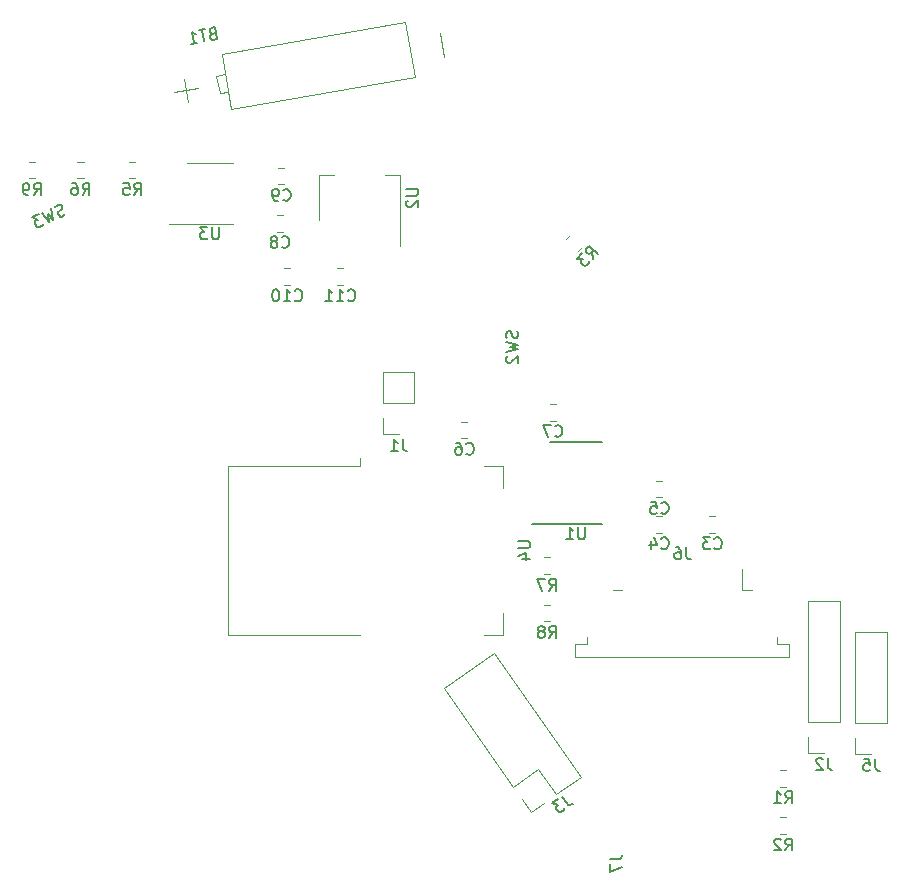
<source format=gbr>
G04 #@! TF.GenerationSoftware,KiCad,Pcbnew,5.1.2*
G04 #@! TF.CreationDate,2019-08-23T11:00:22-05:00*
G04 #@! TF.ProjectId,dragos,64726167-6f73-42e6-9b69-6361645f7063,rev?*
G04 #@! TF.SameCoordinates,Original*
G04 #@! TF.FileFunction,Legend,Bot*
G04 #@! TF.FilePolarity,Positive*
%FSLAX46Y46*%
G04 Gerber Fmt 4.6, Leading zero omitted, Abs format (unit mm)*
G04 Created by KiCad (PCBNEW 5.1.2) date 2019-08-23 11:00:22*
%MOMM*%
%LPD*%
G04 APERTURE LIST*
%ADD10C,0.120000*%
%ADD11C,0.150000*%
G04 APERTURE END LIST*
D10*
X123326951Y-70344277D02*
X138837673Y-67609318D01*
X138837673Y-67609318D02*
X138012844Y-62931481D01*
X138012844Y-62931481D02*
X122502122Y-65666440D01*
X122502122Y-65666440D02*
X123326951Y-70344277D01*
X123326951Y-70344277D02*
X123066479Y-68867065D01*
X123066479Y-68867065D02*
X122327873Y-68997301D01*
X122327873Y-68997301D02*
X122067401Y-67520090D01*
X122067401Y-67520090D02*
X122806007Y-67389853D01*
X119663064Y-69721036D02*
X119315767Y-67751420D01*
X118504608Y-68909876D02*
X120474223Y-68562580D01*
X141328834Y-65900776D02*
X140981538Y-63931160D01*
X163803922Y-106210000D02*
X164321078Y-106210000D01*
X163803922Y-104790000D02*
X164321078Y-104790000D01*
X159303922Y-104790000D02*
X159821078Y-104790000D01*
X159303922Y-106210000D02*
X159821078Y-106210000D01*
X159303922Y-103210000D02*
X159821078Y-103210000D01*
X159303922Y-101790000D02*
X159821078Y-101790000D01*
X142803922Y-96790000D02*
X143321078Y-96790000D01*
X142803922Y-98210000D02*
X143321078Y-98210000D01*
X150303922Y-96710000D02*
X150821078Y-96710000D01*
X150303922Y-95290000D02*
X150821078Y-95290000D01*
X127178922Y-79290000D02*
X127696078Y-79290000D01*
X127178922Y-80710000D02*
X127696078Y-80710000D01*
X127303922Y-76710000D02*
X127821078Y-76710000D01*
X127303922Y-75290000D02*
X127821078Y-75290000D01*
X127803922Y-83790000D02*
X128321078Y-83790000D01*
X127803922Y-85210000D02*
X128321078Y-85210000D01*
X132303922Y-85210000D02*
X132821078Y-85210000D01*
X132303922Y-83790000D02*
X132821078Y-83790000D01*
X136170000Y-92630000D02*
X138830000Y-92630000D01*
X136170000Y-95230000D02*
X136170000Y-92630000D01*
X138830000Y-95230000D02*
X138830000Y-92630000D01*
X136170000Y-95230000D02*
X138830000Y-95230000D01*
X136170000Y-96500000D02*
X136170000Y-97830000D01*
X136170000Y-97830000D02*
X137500000Y-97830000D01*
X172170000Y-112010000D02*
X174830000Y-112010000D01*
X172170000Y-122230000D02*
X172170000Y-112010000D01*
X174830000Y-122230000D02*
X174830000Y-112010000D01*
X172170000Y-122230000D02*
X174830000Y-122230000D01*
X172170000Y-123500000D02*
X172170000Y-124830000D01*
X172170000Y-124830000D02*
X173500000Y-124830000D01*
X141320135Y-119350800D02*
X145579725Y-116368202D01*
X147182086Y-127722534D02*
X141320135Y-119350800D01*
X152932975Y-126869731D02*
X145579725Y-116368202D01*
X147182086Y-127722534D02*
X149311881Y-126231235D01*
X149311881Y-126231235D02*
X150803180Y-128361030D01*
X150803180Y-128361030D02*
X152932975Y-126869731D01*
X147910528Y-128762857D02*
X148673384Y-129852329D01*
X148673384Y-129852329D02*
X149762857Y-129089472D01*
X176170000Y-114630000D02*
X178830000Y-114630000D01*
X176170000Y-122310000D02*
X176170000Y-114630000D01*
X178830000Y-122310000D02*
X178830000Y-114630000D01*
X176170000Y-122310000D02*
X178830000Y-122310000D01*
X176170000Y-123580000D02*
X176170000Y-124910000D01*
X176170000Y-124910000D02*
X177500000Y-124910000D01*
X153465000Y-115060000D02*
X153465000Y-115600000D01*
X153465000Y-115600000D02*
X152440000Y-115600000D01*
X152440000Y-115600000D02*
X152440000Y-116710000D01*
X152440000Y-116710000D02*
X170580000Y-116710000D01*
X170580000Y-116710000D02*
X170580000Y-115600000D01*
X170580000Y-115600000D02*
X169555000Y-115600000D01*
X169555000Y-115600000D02*
X169555000Y-115060000D01*
X167400000Y-111090000D02*
X166575000Y-111090000D01*
X166575000Y-111090000D02*
X166575000Y-109290000D01*
X156445000Y-111090000D02*
X155620000Y-111090000D01*
X169803922Y-127710000D02*
X170321078Y-127710000D01*
X169803922Y-126290000D02*
X170321078Y-126290000D01*
X169803922Y-130290000D02*
X170321078Y-130290000D01*
X169803922Y-131710000D02*
X170321078Y-131710000D01*
X151652199Y-81343709D02*
X152017883Y-80978025D01*
X152656291Y-82347801D02*
X153021975Y-81982117D01*
X114678922Y-76210000D02*
X115196078Y-76210000D01*
X114678922Y-74790000D02*
X115196078Y-74790000D01*
X110303922Y-74790000D02*
X110821078Y-74790000D01*
X110303922Y-76210000D02*
X110821078Y-76210000D01*
X149803922Y-108290000D02*
X150321078Y-108290000D01*
X149803922Y-109710000D02*
X150321078Y-109710000D01*
X149803922Y-113710000D02*
X150321078Y-113710000D01*
X149803922Y-112290000D02*
X150321078Y-112290000D01*
X106178922Y-76210000D02*
X106696078Y-76210000D01*
X106178922Y-74790000D02*
X106696078Y-74790000D01*
D11*
X150275000Y-98550000D02*
X154725000Y-98550000D01*
X148750000Y-105450000D02*
X154725000Y-105450000D01*
D10*
X130790000Y-75940000D02*
X132050000Y-75940000D01*
X137610000Y-75940000D02*
X136350000Y-75940000D01*
X130790000Y-79700000D02*
X130790000Y-75940000D01*
X137610000Y-81950000D02*
X137610000Y-75940000D01*
X118050000Y-80060000D02*
X123450000Y-80060000D01*
X119550000Y-74940000D02*
X123450000Y-74940000D01*
X146310000Y-100520000D02*
X144740000Y-100520000D01*
X146310000Y-100520000D02*
X146310000Y-102410000D01*
X146310000Y-112970000D02*
X146310000Y-114860000D01*
X146310000Y-114860000D02*
X144740000Y-114860000D01*
X134230000Y-114860000D02*
X123070000Y-114860000D01*
X123070000Y-114860000D02*
X123070000Y-100520000D01*
X123070000Y-100520000D02*
X134230000Y-100520000D01*
X134230000Y-100520000D02*
X134230000Y-99920000D01*
D11*
X121728602Y-63953305D02*
X121596184Y-64025008D01*
X121557557Y-64080172D01*
X121527199Y-64182232D01*
X121552006Y-64322919D01*
X121615440Y-64408442D01*
X121670604Y-64447068D01*
X121772665Y-64477426D01*
X122147829Y-64411274D01*
X121974181Y-63426466D01*
X121645912Y-63484349D01*
X121560390Y-63547783D01*
X121521763Y-63602947D01*
X121491405Y-63705007D01*
X121507943Y-63798799D01*
X121571377Y-63884321D01*
X121626541Y-63922948D01*
X121728602Y-63953305D01*
X122056871Y-63895423D01*
X121130060Y-63575308D02*
X120567313Y-63674535D01*
X121022335Y-64609729D02*
X120848687Y-63624921D01*
X119896840Y-64808184D02*
X120459588Y-64708957D01*
X120178214Y-64758571D02*
X120004566Y-63773763D01*
X120123164Y-63897912D01*
X120233493Y-63975165D01*
X120335553Y-64005523D01*
X164229166Y-107507142D02*
X164276785Y-107554761D01*
X164419642Y-107602380D01*
X164514880Y-107602380D01*
X164657738Y-107554761D01*
X164752976Y-107459523D01*
X164800595Y-107364285D01*
X164848214Y-107173809D01*
X164848214Y-107030952D01*
X164800595Y-106840476D01*
X164752976Y-106745238D01*
X164657738Y-106650000D01*
X164514880Y-106602380D01*
X164419642Y-106602380D01*
X164276785Y-106650000D01*
X164229166Y-106697619D01*
X163895833Y-106602380D02*
X163276785Y-106602380D01*
X163610119Y-106983333D01*
X163467261Y-106983333D01*
X163372023Y-107030952D01*
X163324404Y-107078571D01*
X163276785Y-107173809D01*
X163276785Y-107411904D01*
X163324404Y-107507142D01*
X163372023Y-107554761D01*
X163467261Y-107602380D01*
X163752976Y-107602380D01*
X163848214Y-107554761D01*
X163895833Y-107507142D01*
X159729166Y-107507142D02*
X159776785Y-107554761D01*
X159919642Y-107602380D01*
X160014880Y-107602380D01*
X160157738Y-107554761D01*
X160252976Y-107459523D01*
X160300595Y-107364285D01*
X160348214Y-107173809D01*
X160348214Y-107030952D01*
X160300595Y-106840476D01*
X160252976Y-106745238D01*
X160157738Y-106650000D01*
X160014880Y-106602380D01*
X159919642Y-106602380D01*
X159776785Y-106650000D01*
X159729166Y-106697619D01*
X158872023Y-106935714D02*
X158872023Y-107602380D01*
X159110119Y-106554761D02*
X159348214Y-107269047D01*
X158729166Y-107269047D01*
X159729166Y-104507142D02*
X159776785Y-104554761D01*
X159919642Y-104602380D01*
X160014880Y-104602380D01*
X160157738Y-104554761D01*
X160252976Y-104459523D01*
X160300595Y-104364285D01*
X160348214Y-104173809D01*
X160348214Y-104030952D01*
X160300595Y-103840476D01*
X160252976Y-103745238D01*
X160157738Y-103650000D01*
X160014880Y-103602380D01*
X159919642Y-103602380D01*
X159776785Y-103650000D01*
X159729166Y-103697619D01*
X158824404Y-103602380D02*
X159300595Y-103602380D01*
X159348214Y-104078571D01*
X159300595Y-104030952D01*
X159205357Y-103983333D01*
X158967261Y-103983333D01*
X158872023Y-104030952D01*
X158824404Y-104078571D01*
X158776785Y-104173809D01*
X158776785Y-104411904D01*
X158824404Y-104507142D01*
X158872023Y-104554761D01*
X158967261Y-104602380D01*
X159205357Y-104602380D01*
X159300595Y-104554761D01*
X159348214Y-104507142D01*
X143229166Y-99507142D02*
X143276785Y-99554761D01*
X143419642Y-99602380D01*
X143514880Y-99602380D01*
X143657738Y-99554761D01*
X143752976Y-99459523D01*
X143800595Y-99364285D01*
X143848214Y-99173809D01*
X143848214Y-99030952D01*
X143800595Y-98840476D01*
X143752976Y-98745238D01*
X143657738Y-98650000D01*
X143514880Y-98602380D01*
X143419642Y-98602380D01*
X143276785Y-98650000D01*
X143229166Y-98697619D01*
X142372023Y-98602380D02*
X142562500Y-98602380D01*
X142657738Y-98650000D01*
X142705357Y-98697619D01*
X142800595Y-98840476D01*
X142848214Y-99030952D01*
X142848214Y-99411904D01*
X142800595Y-99507142D01*
X142752976Y-99554761D01*
X142657738Y-99602380D01*
X142467261Y-99602380D01*
X142372023Y-99554761D01*
X142324404Y-99507142D01*
X142276785Y-99411904D01*
X142276785Y-99173809D01*
X142324404Y-99078571D01*
X142372023Y-99030952D01*
X142467261Y-98983333D01*
X142657738Y-98983333D01*
X142752976Y-99030952D01*
X142800595Y-99078571D01*
X142848214Y-99173809D01*
X150729166Y-98007142D02*
X150776785Y-98054761D01*
X150919642Y-98102380D01*
X151014880Y-98102380D01*
X151157738Y-98054761D01*
X151252976Y-97959523D01*
X151300595Y-97864285D01*
X151348214Y-97673809D01*
X151348214Y-97530952D01*
X151300595Y-97340476D01*
X151252976Y-97245238D01*
X151157738Y-97150000D01*
X151014880Y-97102380D01*
X150919642Y-97102380D01*
X150776785Y-97150000D01*
X150729166Y-97197619D01*
X150395833Y-97102380D02*
X149729166Y-97102380D01*
X150157738Y-98102380D01*
X127604166Y-82007142D02*
X127651785Y-82054761D01*
X127794642Y-82102380D01*
X127889880Y-82102380D01*
X128032738Y-82054761D01*
X128127976Y-81959523D01*
X128175595Y-81864285D01*
X128223214Y-81673809D01*
X128223214Y-81530952D01*
X128175595Y-81340476D01*
X128127976Y-81245238D01*
X128032738Y-81150000D01*
X127889880Y-81102380D01*
X127794642Y-81102380D01*
X127651785Y-81150000D01*
X127604166Y-81197619D01*
X127032738Y-81530952D02*
X127127976Y-81483333D01*
X127175595Y-81435714D01*
X127223214Y-81340476D01*
X127223214Y-81292857D01*
X127175595Y-81197619D01*
X127127976Y-81150000D01*
X127032738Y-81102380D01*
X126842261Y-81102380D01*
X126747023Y-81150000D01*
X126699404Y-81197619D01*
X126651785Y-81292857D01*
X126651785Y-81340476D01*
X126699404Y-81435714D01*
X126747023Y-81483333D01*
X126842261Y-81530952D01*
X127032738Y-81530952D01*
X127127976Y-81578571D01*
X127175595Y-81626190D01*
X127223214Y-81721428D01*
X127223214Y-81911904D01*
X127175595Y-82007142D01*
X127127976Y-82054761D01*
X127032738Y-82102380D01*
X126842261Y-82102380D01*
X126747023Y-82054761D01*
X126699404Y-82007142D01*
X126651785Y-81911904D01*
X126651785Y-81721428D01*
X126699404Y-81626190D01*
X126747023Y-81578571D01*
X126842261Y-81530952D01*
X127729166Y-78007142D02*
X127776785Y-78054761D01*
X127919642Y-78102380D01*
X128014880Y-78102380D01*
X128157738Y-78054761D01*
X128252976Y-77959523D01*
X128300595Y-77864285D01*
X128348214Y-77673809D01*
X128348214Y-77530952D01*
X128300595Y-77340476D01*
X128252976Y-77245238D01*
X128157738Y-77150000D01*
X128014880Y-77102380D01*
X127919642Y-77102380D01*
X127776785Y-77150000D01*
X127729166Y-77197619D01*
X127252976Y-78102380D02*
X127062500Y-78102380D01*
X126967261Y-78054761D01*
X126919642Y-78007142D01*
X126824404Y-77864285D01*
X126776785Y-77673809D01*
X126776785Y-77292857D01*
X126824404Y-77197619D01*
X126872023Y-77150000D01*
X126967261Y-77102380D01*
X127157738Y-77102380D01*
X127252976Y-77150000D01*
X127300595Y-77197619D01*
X127348214Y-77292857D01*
X127348214Y-77530952D01*
X127300595Y-77626190D01*
X127252976Y-77673809D01*
X127157738Y-77721428D01*
X126967261Y-77721428D01*
X126872023Y-77673809D01*
X126824404Y-77626190D01*
X126776785Y-77530952D01*
X128705357Y-86507142D02*
X128752976Y-86554761D01*
X128895833Y-86602380D01*
X128991071Y-86602380D01*
X129133928Y-86554761D01*
X129229166Y-86459523D01*
X129276785Y-86364285D01*
X129324404Y-86173809D01*
X129324404Y-86030952D01*
X129276785Y-85840476D01*
X129229166Y-85745238D01*
X129133928Y-85650000D01*
X128991071Y-85602380D01*
X128895833Y-85602380D01*
X128752976Y-85650000D01*
X128705357Y-85697619D01*
X127752976Y-86602380D02*
X128324404Y-86602380D01*
X128038690Y-86602380D02*
X128038690Y-85602380D01*
X128133928Y-85745238D01*
X128229166Y-85840476D01*
X128324404Y-85888095D01*
X127133928Y-85602380D02*
X127038690Y-85602380D01*
X126943452Y-85650000D01*
X126895833Y-85697619D01*
X126848214Y-85792857D01*
X126800595Y-85983333D01*
X126800595Y-86221428D01*
X126848214Y-86411904D01*
X126895833Y-86507142D01*
X126943452Y-86554761D01*
X127038690Y-86602380D01*
X127133928Y-86602380D01*
X127229166Y-86554761D01*
X127276785Y-86507142D01*
X127324404Y-86411904D01*
X127372023Y-86221428D01*
X127372023Y-85983333D01*
X127324404Y-85792857D01*
X127276785Y-85697619D01*
X127229166Y-85650000D01*
X127133928Y-85602380D01*
X133205357Y-86507142D02*
X133252976Y-86554761D01*
X133395833Y-86602380D01*
X133491071Y-86602380D01*
X133633928Y-86554761D01*
X133729166Y-86459523D01*
X133776785Y-86364285D01*
X133824404Y-86173809D01*
X133824404Y-86030952D01*
X133776785Y-85840476D01*
X133729166Y-85745238D01*
X133633928Y-85650000D01*
X133491071Y-85602380D01*
X133395833Y-85602380D01*
X133252976Y-85650000D01*
X133205357Y-85697619D01*
X132252976Y-86602380D02*
X132824404Y-86602380D01*
X132538690Y-86602380D02*
X132538690Y-85602380D01*
X132633928Y-85745238D01*
X132729166Y-85840476D01*
X132824404Y-85888095D01*
X131300595Y-86602380D02*
X131872023Y-86602380D01*
X131586309Y-86602380D02*
X131586309Y-85602380D01*
X131681547Y-85745238D01*
X131776785Y-85840476D01*
X131872023Y-85888095D01*
X137833333Y-98282380D02*
X137833333Y-98996666D01*
X137880952Y-99139523D01*
X137976190Y-99234761D01*
X138119047Y-99282380D01*
X138214285Y-99282380D01*
X136833333Y-99282380D02*
X137404761Y-99282380D01*
X137119047Y-99282380D02*
X137119047Y-98282380D01*
X137214285Y-98425238D01*
X137309523Y-98520476D01*
X137404761Y-98568095D01*
X173833333Y-125282380D02*
X173833333Y-125996666D01*
X173880952Y-126139523D01*
X173976190Y-126234761D01*
X174119047Y-126282380D01*
X174214285Y-126282380D01*
X173404761Y-125377619D02*
X173357142Y-125330000D01*
X173261904Y-125282380D01*
X173023809Y-125282380D01*
X172928571Y-125330000D01*
X172880952Y-125377619D01*
X172833333Y-125472857D01*
X172833333Y-125568095D01*
X172880952Y-125710952D01*
X173452380Y-126282380D01*
X172833333Y-126282380D01*
X151335705Y-128540406D02*
X151745402Y-129125515D01*
X151866349Y-129215223D01*
X151998990Y-129238611D01*
X152143325Y-129195679D01*
X152221339Y-129141053D01*
X151023647Y-128758911D02*
X150516553Y-129113983D01*
X151008109Y-129234848D01*
X150891087Y-129316788D01*
X150840386Y-129410421D01*
X150828692Y-129476742D01*
X150844311Y-129582069D01*
X150980877Y-129777106D01*
X151074510Y-129827807D01*
X151140831Y-129839501D01*
X151246158Y-129823882D01*
X151480202Y-129660003D01*
X151530903Y-129566369D01*
X151542597Y-129500049D01*
X177833333Y-125362380D02*
X177833333Y-126076666D01*
X177880952Y-126219523D01*
X177976190Y-126314761D01*
X178119047Y-126362380D01*
X178214285Y-126362380D01*
X176880952Y-125362380D02*
X177357142Y-125362380D01*
X177404761Y-125838571D01*
X177357142Y-125790952D01*
X177261904Y-125743333D01*
X177023809Y-125743333D01*
X176928571Y-125790952D01*
X176880952Y-125838571D01*
X176833333Y-125933809D01*
X176833333Y-126171904D01*
X176880952Y-126267142D01*
X176928571Y-126314761D01*
X177023809Y-126362380D01*
X177261904Y-126362380D01*
X177357142Y-126314761D01*
X177404761Y-126267142D01*
X161843333Y-107452380D02*
X161843333Y-108166666D01*
X161890952Y-108309523D01*
X161986190Y-108404761D01*
X162129047Y-108452380D01*
X162224285Y-108452380D01*
X160938571Y-107452380D02*
X161129047Y-107452380D01*
X161224285Y-107500000D01*
X161271904Y-107547619D01*
X161367142Y-107690476D01*
X161414761Y-107880952D01*
X161414761Y-108261904D01*
X161367142Y-108357142D01*
X161319523Y-108404761D01*
X161224285Y-108452380D01*
X161033809Y-108452380D01*
X160938571Y-108404761D01*
X160890952Y-108357142D01*
X160843333Y-108261904D01*
X160843333Y-108023809D01*
X160890952Y-107928571D01*
X160938571Y-107880952D01*
X161033809Y-107833333D01*
X161224285Y-107833333D01*
X161319523Y-107880952D01*
X161367142Y-107928571D01*
X161414761Y-108023809D01*
X155377380Y-133866666D02*
X156091666Y-133866666D01*
X156234523Y-133819047D01*
X156329761Y-133723809D01*
X156377380Y-133580952D01*
X156377380Y-133485714D01*
X155377380Y-134247619D02*
X155377380Y-134914285D01*
X156377380Y-134485714D01*
X170229166Y-129102380D02*
X170562500Y-128626190D01*
X170800595Y-129102380D02*
X170800595Y-128102380D01*
X170419642Y-128102380D01*
X170324404Y-128150000D01*
X170276785Y-128197619D01*
X170229166Y-128292857D01*
X170229166Y-128435714D01*
X170276785Y-128530952D01*
X170324404Y-128578571D01*
X170419642Y-128626190D01*
X170800595Y-128626190D01*
X169276785Y-129102380D02*
X169848214Y-129102380D01*
X169562500Y-129102380D02*
X169562500Y-128102380D01*
X169657738Y-128245238D01*
X169752976Y-128340476D01*
X169848214Y-128388095D01*
X170229166Y-133102380D02*
X170562500Y-132626190D01*
X170800595Y-133102380D02*
X170800595Y-132102380D01*
X170419642Y-132102380D01*
X170324404Y-132150000D01*
X170276785Y-132197619D01*
X170229166Y-132292857D01*
X170229166Y-132435714D01*
X170276785Y-132530952D01*
X170324404Y-132578571D01*
X170419642Y-132626190D01*
X170800595Y-132626190D01*
X169848214Y-132197619D02*
X169800595Y-132150000D01*
X169705357Y-132102380D01*
X169467261Y-132102380D01*
X169372023Y-132150000D01*
X169324404Y-132197619D01*
X169276785Y-132292857D01*
X169276785Y-132388095D01*
X169324404Y-132530952D01*
X169895833Y-133102380D01*
X169276785Y-133102380D01*
X153941545Y-83031669D02*
X153840530Y-82459249D01*
X154345606Y-82627608D02*
X153638500Y-81920501D01*
X153369125Y-82189875D01*
X153335454Y-82290890D01*
X153335454Y-82358234D01*
X153369125Y-82459249D01*
X153470141Y-82560264D01*
X153571156Y-82593936D01*
X153638500Y-82593936D01*
X153739515Y-82560264D01*
X154008889Y-82290890D01*
X152998736Y-82560264D02*
X152561003Y-82997997D01*
X153066080Y-83031669D01*
X152965064Y-83132684D01*
X152931393Y-83233700D01*
X152931393Y-83301043D01*
X152965064Y-83402058D01*
X153133423Y-83570417D01*
X153234438Y-83604089D01*
X153301782Y-83604089D01*
X153402797Y-83570417D01*
X153604828Y-83368387D01*
X153638500Y-83267371D01*
X153638500Y-83200028D01*
X115104166Y-77602380D02*
X115437500Y-77126190D01*
X115675595Y-77602380D02*
X115675595Y-76602380D01*
X115294642Y-76602380D01*
X115199404Y-76650000D01*
X115151785Y-76697619D01*
X115104166Y-76792857D01*
X115104166Y-76935714D01*
X115151785Y-77030952D01*
X115199404Y-77078571D01*
X115294642Y-77126190D01*
X115675595Y-77126190D01*
X114199404Y-76602380D02*
X114675595Y-76602380D01*
X114723214Y-77078571D01*
X114675595Y-77030952D01*
X114580357Y-76983333D01*
X114342261Y-76983333D01*
X114247023Y-77030952D01*
X114199404Y-77078571D01*
X114151785Y-77173809D01*
X114151785Y-77411904D01*
X114199404Y-77507142D01*
X114247023Y-77554761D01*
X114342261Y-77602380D01*
X114580357Y-77602380D01*
X114675595Y-77554761D01*
X114723214Y-77507142D01*
X110729166Y-77602380D02*
X111062500Y-77126190D01*
X111300595Y-77602380D02*
X111300595Y-76602380D01*
X110919642Y-76602380D01*
X110824404Y-76650000D01*
X110776785Y-76697619D01*
X110729166Y-76792857D01*
X110729166Y-76935714D01*
X110776785Y-77030952D01*
X110824404Y-77078571D01*
X110919642Y-77126190D01*
X111300595Y-77126190D01*
X109872023Y-76602380D02*
X110062500Y-76602380D01*
X110157738Y-76650000D01*
X110205357Y-76697619D01*
X110300595Y-76840476D01*
X110348214Y-77030952D01*
X110348214Y-77411904D01*
X110300595Y-77507142D01*
X110252976Y-77554761D01*
X110157738Y-77602380D01*
X109967261Y-77602380D01*
X109872023Y-77554761D01*
X109824404Y-77507142D01*
X109776785Y-77411904D01*
X109776785Y-77173809D01*
X109824404Y-77078571D01*
X109872023Y-77030952D01*
X109967261Y-76983333D01*
X110157738Y-76983333D01*
X110252976Y-77030952D01*
X110300595Y-77078571D01*
X110348214Y-77173809D01*
X150229166Y-111102380D02*
X150562500Y-110626190D01*
X150800595Y-111102380D02*
X150800595Y-110102380D01*
X150419642Y-110102380D01*
X150324404Y-110150000D01*
X150276785Y-110197619D01*
X150229166Y-110292857D01*
X150229166Y-110435714D01*
X150276785Y-110530952D01*
X150324404Y-110578571D01*
X150419642Y-110626190D01*
X150800595Y-110626190D01*
X149895833Y-110102380D02*
X149229166Y-110102380D01*
X149657738Y-111102380D01*
X150229166Y-115102380D02*
X150562500Y-114626190D01*
X150800595Y-115102380D02*
X150800595Y-114102380D01*
X150419642Y-114102380D01*
X150324404Y-114150000D01*
X150276785Y-114197619D01*
X150229166Y-114292857D01*
X150229166Y-114435714D01*
X150276785Y-114530952D01*
X150324404Y-114578571D01*
X150419642Y-114626190D01*
X150800595Y-114626190D01*
X149657738Y-114530952D02*
X149752976Y-114483333D01*
X149800595Y-114435714D01*
X149848214Y-114340476D01*
X149848214Y-114292857D01*
X149800595Y-114197619D01*
X149752976Y-114150000D01*
X149657738Y-114102380D01*
X149467261Y-114102380D01*
X149372023Y-114150000D01*
X149324404Y-114197619D01*
X149276785Y-114292857D01*
X149276785Y-114340476D01*
X149324404Y-114435714D01*
X149372023Y-114483333D01*
X149467261Y-114530952D01*
X149657738Y-114530952D01*
X149752976Y-114578571D01*
X149800595Y-114626190D01*
X149848214Y-114721428D01*
X149848214Y-114911904D01*
X149800595Y-115007142D01*
X149752976Y-115054761D01*
X149657738Y-115102380D01*
X149467261Y-115102380D01*
X149372023Y-115054761D01*
X149324404Y-115007142D01*
X149276785Y-114911904D01*
X149276785Y-114721428D01*
X149324404Y-114626190D01*
X149372023Y-114578571D01*
X149467261Y-114530952D01*
X106604166Y-77602380D02*
X106937500Y-77126190D01*
X107175595Y-77602380D02*
X107175595Y-76602380D01*
X106794642Y-76602380D01*
X106699404Y-76650000D01*
X106651785Y-76697619D01*
X106604166Y-76792857D01*
X106604166Y-76935714D01*
X106651785Y-77030952D01*
X106699404Y-77078571D01*
X106794642Y-77126190D01*
X107175595Y-77126190D01*
X106127976Y-77602380D02*
X105937500Y-77602380D01*
X105842261Y-77554761D01*
X105794642Y-77507142D01*
X105699404Y-77364285D01*
X105651785Y-77173809D01*
X105651785Y-76792857D01*
X105699404Y-76697619D01*
X105747023Y-76650000D01*
X105842261Y-76602380D01*
X106032738Y-76602380D01*
X106127976Y-76650000D01*
X106175595Y-76697619D01*
X106223214Y-76792857D01*
X106223214Y-77030952D01*
X106175595Y-77126190D01*
X106127976Y-77173809D01*
X106032738Y-77221428D01*
X105842261Y-77221428D01*
X105747023Y-77173809D01*
X105699404Y-77126190D01*
X105651785Y-77030952D01*
X147554761Y-89166666D02*
X147602380Y-89309523D01*
X147602380Y-89547619D01*
X147554761Y-89642857D01*
X147507142Y-89690476D01*
X147411904Y-89738095D01*
X147316666Y-89738095D01*
X147221428Y-89690476D01*
X147173809Y-89642857D01*
X147126190Y-89547619D01*
X147078571Y-89357142D01*
X147030952Y-89261904D01*
X146983333Y-89214285D01*
X146888095Y-89166666D01*
X146792857Y-89166666D01*
X146697619Y-89214285D01*
X146650000Y-89261904D01*
X146602380Y-89357142D01*
X146602380Y-89595238D01*
X146650000Y-89738095D01*
X146602380Y-90071428D02*
X147602380Y-90309523D01*
X146888095Y-90500000D01*
X147602380Y-90690476D01*
X146602380Y-90928571D01*
X146697619Y-91261904D02*
X146650000Y-91309523D01*
X146602380Y-91404761D01*
X146602380Y-91642857D01*
X146650000Y-91738095D01*
X146697619Y-91785714D01*
X146792857Y-91833333D01*
X146888095Y-91833333D01*
X147030952Y-91785714D01*
X147602380Y-91214285D01*
X147602380Y-91833333D01*
X109279864Y-79231565D02*
X109170516Y-79335097D01*
X108954728Y-79435720D01*
X108848289Y-79432812D01*
X108785006Y-79409779D01*
X108701599Y-79343589D01*
X108661350Y-79257274D01*
X108664258Y-79150834D01*
X108687291Y-79087552D01*
X108753481Y-79004145D01*
X108905987Y-78880489D01*
X108972177Y-78797082D01*
X108995210Y-78733800D01*
X108998118Y-78627360D01*
X108957869Y-78541045D01*
X108874462Y-78474855D01*
X108811180Y-78451822D01*
X108704740Y-78448914D01*
X108488952Y-78549537D01*
X108379605Y-78653069D01*
X108057377Y-78750784D02*
X108264208Y-79757715D01*
X107789708Y-79190851D01*
X107918948Y-79918713D01*
X107280542Y-79113028D01*
X107021597Y-79233776D02*
X106460549Y-79495397D01*
X106923649Y-79699784D01*
X106794177Y-79760159D01*
X106727986Y-79843565D01*
X106704954Y-79906848D01*
X106702045Y-80013287D01*
X106802669Y-80229075D01*
X106886076Y-80295265D01*
X106949358Y-80318298D01*
X107055798Y-80321206D01*
X107314743Y-80200458D01*
X107380933Y-80117051D01*
X107403966Y-80053769D01*
X153261904Y-105752380D02*
X153261904Y-106561904D01*
X153214285Y-106657142D01*
X153166666Y-106704761D01*
X153071428Y-106752380D01*
X152880952Y-106752380D01*
X152785714Y-106704761D01*
X152738095Y-106657142D01*
X152690476Y-106561904D01*
X152690476Y-105752380D01*
X151690476Y-106752380D02*
X152261904Y-106752380D01*
X151976190Y-106752380D02*
X151976190Y-105752380D01*
X152071428Y-105895238D01*
X152166666Y-105990476D01*
X152261904Y-106038095D01*
X138152380Y-77088095D02*
X138961904Y-77088095D01*
X139057142Y-77135714D01*
X139104761Y-77183333D01*
X139152380Y-77278571D01*
X139152380Y-77469047D01*
X139104761Y-77564285D01*
X139057142Y-77611904D01*
X138961904Y-77659523D01*
X138152380Y-77659523D01*
X138247619Y-78088095D02*
X138200000Y-78135714D01*
X138152380Y-78230952D01*
X138152380Y-78469047D01*
X138200000Y-78564285D01*
X138247619Y-78611904D01*
X138342857Y-78659523D01*
X138438095Y-78659523D01*
X138580952Y-78611904D01*
X139152380Y-78040476D01*
X139152380Y-78659523D01*
X122261904Y-80352380D02*
X122261904Y-81161904D01*
X122214285Y-81257142D01*
X122166666Y-81304761D01*
X122071428Y-81352380D01*
X121880952Y-81352380D01*
X121785714Y-81304761D01*
X121738095Y-81257142D01*
X121690476Y-81161904D01*
X121690476Y-80352380D01*
X121309523Y-80352380D02*
X120690476Y-80352380D01*
X121023809Y-80733333D01*
X120880952Y-80733333D01*
X120785714Y-80780952D01*
X120738095Y-80828571D01*
X120690476Y-80923809D01*
X120690476Y-81161904D01*
X120738095Y-81257142D01*
X120785714Y-81304761D01*
X120880952Y-81352380D01*
X121166666Y-81352380D01*
X121261904Y-81304761D01*
X121309523Y-81257142D01*
X147642380Y-106928095D02*
X148451904Y-106928095D01*
X148547142Y-106975714D01*
X148594761Y-107023333D01*
X148642380Y-107118571D01*
X148642380Y-107309047D01*
X148594761Y-107404285D01*
X148547142Y-107451904D01*
X148451904Y-107499523D01*
X147642380Y-107499523D01*
X147975714Y-108404285D02*
X148642380Y-108404285D01*
X147594761Y-108166190D02*
X148309047Y-107928095D01*
X148309047Y-108547142D01*
M02*

</source>
